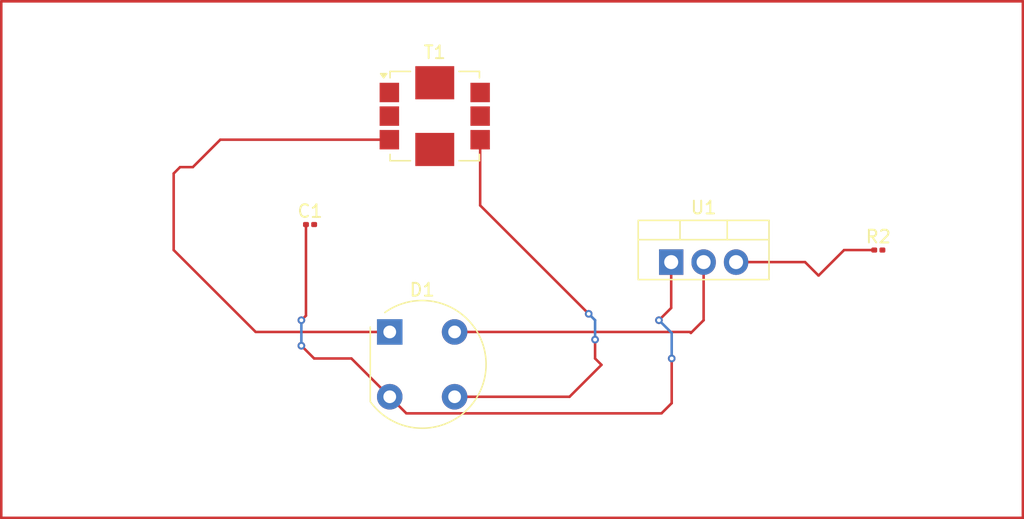
<source format=kicad_pcb>
(kicad_pcb (version 20240108) (generator "pcbnew") (generator_version "8.0")
  (layers (0 "F.Cu" signal) (31 "B.Cu" signal) (34 "B.Paste" user) (35 "F.Paste" user) (36 "B.SilkS" user "B.Silkscreen") (37 "F.SilkS" user "F.Silkscreen") (38 "B.Mask" user) (39 "F.Mask" user) (44 "Edge.Cuts" user))
  (net 0 "")
  (net 1 "Net-(D1--)")
  (net 3 "Net-(D1-+)")
  (net 5 "Net-(U1-VO)")
  (net 7 "GND")
  (net 8 "Net-(U1-VI)")
  (footprint "Capacitor_SMD:C_0201_0603Metric" (layer "F.Cu") (at 104.18 47)
    (property "Reference" "C1" (at 0 -1.05 0) (layer "F.SilkS"))
    (property "Value" "C_Polarized_Small_US")
    (pad "1" smd roundrect (at -0.32 0) (size 0.46 0.4) (layers "F.Cu" "F.Mask") (net 8 "Net-(U1-VI)"))
    (pad "2" smd roundrect (at 0.32 0) (size 0.46 0.4) (layers "F.Cu" "F.Mask") (net 7 "GND"))
  )
  (footprint "Diode_THT:Diode_Bridge_Round_D9.8mm" (layer "F.Cu") (at 110.42 55.42)
    (property "Reference" "D1" (at 2.54 -3.302 0) (layer "F.SilkS"))
    (property "Value" "KBPC5010T")
    (fp_line (start -1.524 -0.381) (end -1.524 5.461) (stroke (width 0.12)) (layer "F.SilkS"))
    (fp_arc (start -0.381 -1.524) (mid 7.479141 3.348223) (end -1.524 5.461) (stroke (width 0.12)) (layer "F.SilkS"))
    (pad "1" thru_hole rect (at 0 0) (size 2 2) (drill 1) (layers "*.Cu" "*.Mask") (net 3 "Net-(D1-+)"))
    (pad "2" thru_hole oval (at 0 5.08) (size 2 2) (drill 1) (layers "*.Cu" "*.Mask") (net 8 "Net-(U1-VI)"))
    (pad "3" thru_hole oval (at 5.08 5.08) (size 2 2) (drill 1) (layers "*.Cu" "*.Mask") (net 1 "Net-(D1--)"))
    (pad "4" thru_hole oval (at 5.08 0) (size 2 2) (drill 1) (layers "*.Cu" "*.Mask") (net 7 "GND"))
  )
  (footprint "Package_TO_SOT_THT:TO-220-3_Vertical" (layer "F.Cu") (at 132.46 49.945)
    (property "Reference" "U1" (at 2.54 -4.27 0) (layer "F.SilkS"))
    (property "Value" "LM7812_TO220")
    (fp_line (start -2.58 -3.27) (end -2.58 1.371) (stroke (width 0.12)) (layer "F.SilkS"))
    (fp_line (start -2.58 -3.27) (end 7.66 -3.27) (stroke (width 0.12)) (layer "F.SilkS"))
    (fp_line (start -2.58 -1.76) (end 7.66 -1.76) (stroke (width 0.12)) (layer "F.SilkS"))
    (fp_line (start -2.58 1.371) (end 7.66 1.371) (stroke (width 0.12)) (layer "F.SilkS"))
    (fp_line (start 0.69 -3.27) (end 0.69 -1.76) (stroke (width 0.12)) (layer "F.SilkS"))
    (fp_line (start 4.391 -3.27) (end 4.391 -1.76) (stroke (width 0.12)) (layer "F.SilkS"))
    (fp_line (start 7.66 -3.27) (end 7.66 1.371) (stroke (width 0.12)) (layer "F.SilkS"))
    (pad "1" thru_hole rect (at 0 0) (size 1.905 2) (drill 1.1) (layers "*.Cu" "*.Mask") (net 8 "Net-(U1-VI)"))
    (pad "2" thru_hole oval (at 2.54 0) (size 1.905 2) (drill 1.1) (layers "*.Cu" "*.Mask") (net 7 "GND"))
    (pad "3" thru_hole oval (at 5.08 0) (size 1.905 2) (drill 1.1) (layers "*.Cu" "*.Mask") (net 5 "Net-(U1-VO)"))
  )
  (footprint "Resistor_SMD:R_0201_0603Metric" (layer "F.Cu") (at 148.68 49)
    (property "Reference" "R2" (at 0 -1.05 0) (layer "F.SilkS"))
    (property "Value" "R_US")
    (pad "1" smd roundrect (at -0.32 0) (size 0.46 0.4) (layers "F.Cu" "F.Mask") (net 5 "Net-(U1-VO)"))
    (pad "2" smd roundrect (at 0.32 0) (size 0.46 0.4) (layers "F.Cu" "F.Mask"))
  )
  (footprint "Transformer_SMD:Transformer_CurrentSense_8.4x7.2mm" (layer "F.Cu") (at 113.945 38.5)
    (property "Reference" "T1" (at 0 -5 0) (layer "F.SilkS"))
    (property "Value" "Transformer_1P_1S")
    (fp_line (start -3.5 -3.5) (end -3.5 -3) (stroke (width 0.12)) (layer "F.SilkS"))
    (fp_line (start -3.5 -3.5) (end -1.9 -3.5) (stroke (width 0.12)) (layer "F.SilkS"))
    (fp_line (start -3.5 3.5) (end -3.5 3) (stroke (width 0.12)) (layer "F.SilkS"))
    (fp_line (start -1.9 3.5) (end -3.5 3.5) (stroke (width 0.12)) (layer "F.SilkS"))
    (fp_line (start 1.9 -3.5) (end 3.5 -3.5) (stroke (width 0.12)) (layer "F.SilkS"))
    (fp_line (start 1.9 3.5) (end 3.5 3.5) (stroke (width 0.12)) (layer "F.SilkS"))
    (fp_line (start 3.5 -3.5) (end 3.5 -3) (stroke (width 0.12)) (layer "F.SilkS"))
    (fp_line (start 3.5 3.5) (end 3.5 3) (stroke (width 0.12)) (layer "F.SilkS"))
    (fp_poly (pts (xy -4 -3) (xy -4.24 -3.33) (xy -3.76 -3.33) (xy -4 -3)) (stroke (width 0.12)) (fill solid) (layer "F.SilkS"))
    (pad "1" smd rect (at -3.555 -1.85) (size 1.524 1.524) (layers "F.Cu" "F.Paste" "F.Mask"))
    (pad "2" smd rect (at -3.555 0) (size 1.524 1.524) (layers "F.Cu" "F.Paste" "F.Mask"))
    (pad "3" smd rect (at -3.555 1.85) (size 1.524 1.524) (layers "F.Cu" "F.Paste" "F.Mask") (net 3 "Net-(D1-+)"))
    (pad "4" smd rect (at 3.555 1.85) (size 1.524 1.524) (layers "F.Cu" "F.Paste" "F.Mask") (net 1 "Net-(D1--)"))
    (pad "5" smd rect (at 3.555 0) (size 1.524 1.524) (layers "F.Cu" "F.Paste" "F.Mask"))
    (pad "6" smd rect (at 3.555 -1.85) (size 1.524 1.524) (layers "F.Cu" "F.Paste" "F.Mask"))
    (pad "7" smd rect (at 0 2.615) (size 3.05 2.6) (layers "F.Cu" "F.Paste" "F.Mask"))
    (pad "8" smd rect (at 0 -2.615) (size 3.05 2.6) (layers "F.Cu" "F.Paste" "F.Mask"))
  )
  (gr_line (start 160 70) (end 80 70) (stroke (width 0.2)) (layer "F.Cu"))
  (gr_line (start 160 70) (end 80 70) (stroke (width 0.2)) (layer "F.Cu"))
  (gr_line (start 80 29.5) (end 160 29.5) (stroke (width 0.2)) (layer "F.Cu"))
  (gr_line (start 80 70) (end 80 29.5) (stroke (width 0.2)) (layer "F.Cu"))
  (gr_line (start 160 29.5) (end 160 70) (stroke (width 0.2)) (layer "F.Cu"))
  (gr_line (start 80 29.5) (end 160 29.5) (stroke (width 0.2)) (layer "F.Cu"))
  (segment (start 117.5 45.5) (end 117.5 40.35) (width 0.2) (layer "F.Cu") (net 1))
  (segment (start 126 54) (end 117.5 45.5) (width 0.2) (layer "F.Cu") (net 1))
  (segment (start 115.5 60.5) (end 124.5 60.5) (width 0.2) (layer "F.Cu") (net 1))
  (segment (start 126.5 57.5) (end 126.5 56.02) (width 0.2) (layer "F.Cu") (net 1))
  (segment (start 127 58) (end 126.5 57.5) (width 0.2) (layer "F.Cu") (net 1))
  (segment (start 124.5 60.5) (end 127 58) (width 0.2) (layer "F.Cu") (net 1))
  (via (at 126 54) (size 0.6) (drill 0.3) (layers "F.Cu" "B.Cu") (net 1))
  (via (at 126.5 56.02) (size 0.6) (drill 0.3) (layers "F.Cu" "B.Cu") (net 1))
  (segment (start 126.5 54.5) (end 126 54) (width 0.2) (layer "B.Cu") (net 1))
  (segment (start 126.5 56.02) (end 126.5 54.5) (width 0.2) (layer "B.Cu") (net 1))
  (segment (start 99.92 55.42) (end 93.5 49) (width 0.2) (layer "F.Cu") (net 3))
  (segment (start 94 42.5) (end 95 42.5) (width 0.2) (layer "F.Cu") (net 3))
  (segment (start 97.15 40.35) (end 110.39 40.35) (width 0.2) (layer "F.Cu") (net 3))
  (segment (start 110.42 55.42) (end 99.92 55.42) (width 0.2) (layer "F.Cu") (net 3))
  (segment (start 93.5 49) (end 93.5 43) (width 0.2) (layer "F.Cu") (net 3))
  (segment (start 110.42 55.42) (end 110 55.42) (width 0.2) (layer "F.Cu") (net 3))
  (segment (start 93.5 43) (end 94 42.5) (width 0.2) (layer "F.Cu") (net 3))
  (segment (start 95 42.5) (end 97.15 40.35) (width 0.2) (layer "F.Cu") (net 3))
  (segment (start 148.36 49) (end 146 49) (width 0.2) (layer "F.Cu") (net 5))
  (segment (start 142.945 49.945) (end 137.54 49.945) (width 0.2) (layer "F.Cu") (net 5))
  (segment (start 146 49) (end 144 51) (width 0.2) (layer "F.Cu") (net 5))
  (segment (start 144 51) (end 142.945 49.945) (width 0.2) (layer "F.Cu") (net 5))
  (segment (start 134 55.5) (end 135 54.5) (width 0.2) (layer "F.Cu") (net 7))
  (segment (start 115.5 55.42) (end 133.92 55.42) (width 0.2) (layer "F.Cu") (net 7))
  (segment (start 135 54.5) (end 135 49.945) (width 0.2) (layer "F.Cu") (net 7))
  (segment (start 133.92 55.42) (end 134 55.5) (width 0.2) (layer "F.Cu") (net 7))
  (segment (start 131.5 54.5) (end 132.46 53.54) (width 0.2) (layer "F.Cu") (net 8))
  (segment (start 107.42 57.5) (end 110.42 60.5) (width 0.2) (layer "F.Cu") (net 8))
  (segment (start 132.46 53.54) (end 132.46 49.945) (width 0.2) (layer "F.Cu") (net 8))
  (segment (start 131.7 61.8) (end 132.5 61) (width 0.2) (layer "F.Cu") (net 8))
  (segment (start 103.5 56.5) (end 104.5 57.5) (width 0.2) (layer "F.Cu") (net 8))
  (segment (start 110.42 60.5) (end 111.72 61.8) (width 0.2) (layer "F.Cu") (net 8))
  (segment (start 104.5 57.5) (end 107.42 57.5) (width 0.2) (layer "F.Cu") (net 8))
  (segment (start 103.86 47) (end 103.86 54.14) (width 0.2) (layer "F.Cu") (net 8))
  (segment (start 111.72 61.8) (end 131.7 61.8) (width 0.2) (layer "F.Cu") (net 8))
  (segment (start 103.86 54.14) (end 103.5 54.5) (width 0.2) (layer "F.Cu") (net 8))
  (segment (start 132.5 61) (end 132.5 57.5) (width 0.2) (layer "F.Cu") (net 8))
  (via (at 103.5 56.5) (size 0.6) (drill 0.3) (layers "F.Cu" "B.Cu") (net 8))
  (via (at 131.5 54.5) (size 0.6) (drill 0.3) (layers "F.Cu" "B.Cu") (net 8))
  (via (at 103.5 54.5) (size 0.6) (drill 0.3) (layers "F.Cu" "B.Cu") (net 8))
  (via (at 132.5 57.5) (size 0.6) (drill 0.3) (layers "F.Cu" "B.Cu") (net 8))
  (segment (start 132.5 57.5) (end 132.5 55.5) (width 0.2) (layer "B.Cu") (net 8))
  (segment (start 103.5 54.5) (end 103.5 56.5) (width 0.2) (layer "B.Cu") (net 8))
  (segment (start 132.5 55.5) (end 131.5 54.5) (width 0.2) (layer "B.Cu") (net 8))
)
</source>
